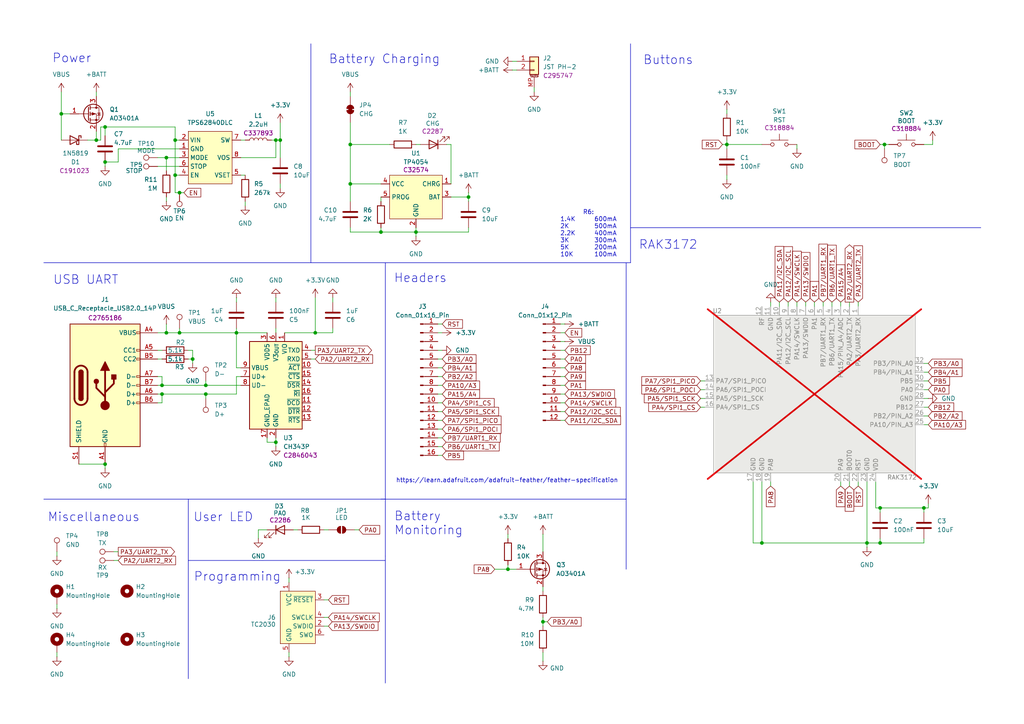
<source format=kicad_sch>
(kicad_sch (version 20250114) (generator "eeschema") (generator_version "9.0")
  (paper "A4")
  (title_block (title "RAK3172 Feather") (rev "1"))
  (text "USB UART" (at 24.892 81.28 0) (effects (font (size 2.54 2.54))))
  (text "Miscellaneous" (at 27.178 150.114 0) (effects (font (size 2.54 2.54))))
  (text "RAK3172" (at 193.802 71.12 0) (effects (font (size 2.54 2.54))))
  (text "Power" (at 20.828 17.018 0) (effects (font (size 2.54 2.54))))
  (text "Buttons" (at 193.802 17.526 0) (effects (font (size 2.54 2.54))))
  (text "R6:\n1.4K	600mA\n2K		500mA\n2.2K	400mA\n3K		300mA\n5K		200mA\n10K		100mA" (at 170.688 67.818 0) (effects (font (size 1.27 1.27))))
  (text "Headers" (at 121.92 80.772 0) (effects (font (size 2.54 2.54))))
  (text "User LED" (at 64.77 150.114 0) (effects (font (size 2.54 2.54))))
  (text "https://learn.adafruit.com/adafruit-feather/feather-specification\n" (at 147.066 139.446 0) (effects (font (size 1.27 1.27))))
  (text "Battery Charging" (at 111.506 17.272 0) (effects (font (size 2.54 2.54))))
  (text "Programming" (at 68.834 167.386 0) (effects (font (size 2.54 2.54))))
  (text "Battery\nMonitoring" (at 114.3 151.892 0) (effects (font (size 2.54 2.54)) (justify left)))
  (junction (at 48.26 45.72))
  (junction (at 255.27 147.32))
  (junction (at 210.82 41.91))
  (junction (at 120.65 67.31))
  (junction (at 147.32 165.1))
  (junction (at 255.27 157.48))
  (junction (at 30.48 46.99))
  (junction (at 27.94 40.64))
  (junction (at 17.78 33.02))
  (junction (at 101.6 53.34))
  (junction (at 55.88 104.14))
  (junction (at 157.48 180.34))
  (junction (at 68.58 96.52))
  (junction (at 81.28 40.64))
  (junction (at 110.49 67.31))
  (junction (at 91.44 96.52))
  (junction (at 80.01 40.64))
  (junction (at 256.54 41.91))
  (junction (at 52.07 96.52))
  (junction (at 48.26 96.52))
  (junction (at 251.46 157.48))
  (junction (at 101.6 41.91))
  (junction (at 267.97 147.32))
  (junction (at 46.99 114.3))
  (junction (at 135.89 57.15))
  (junction (at 52.07 55.88))
  (junction (at 220.98 157.48))
  (junction (at 50.8 40.64))
  (junction (at 30.48 36.83))
  (junction (at 50.8 50.8))
  (junction (at 30.48 134.62))
  (junction (at 46.99 111.76))
  (junction (at 59.69 111.76))
  (junction (at 59.69 114.3))
  (junction (at 80.01 128.27))
  (wire (pts (xy 238.76 87.63) (xy 238.76 88.9)))
  (wire (pts (xy 45.72 114.3) (xy 46.99 114.3)))
  (wire (pts (xy 162.56 121.92) (xy 163.83 121.92)))
  (wire (pts (xy 130.81 57.15) (xy 135.89 57.15)))
  (wire (pts (xy 251.46 157.48) (xy 255.27 157.48)))
  (wire (pts (xy 210.82 50.8) (xy 210.82 52.07)))
  (wire (pts (xy 80.01 95.25) (xy 80.01 96.52)))
  (wire (pts (xy 267.97 113.03) (xy 269.24 113.03)))
  (wire (pts (xy 74.93 153.67) (xy 77.47 153.67)))
  (wire (pts (xy 223.52 139.7) (xy 223.52 140.97)))
  (wire (pts (xy 203.2 118.11) (xy 204.47 118.11)))
  (wire (pts (xy 120.65 66.04) (xy 120.65 67.31)))
  (wire (pts (xy 59.69 110.49) (xy 59.69 111.76)))
  (wire (pts (xy 243.84 139.7) (xy 243.84 140.97)))
  (wire (pts (xy 220.98 139.7) (xy 220.98 157.48)))
  (wire (pts (xy 209.55 41.91) (xy 210.82 41.91)))
  (wire (pts (xy 248.92 87.63) (xy 248.92 88.9)))
  (wire (pts (xy 267.97 118.11) (xy 269.24 118.11)))
  (wire (pts (xy 50.8 50.8) (xy 50.8 55.88)))
  (wire (pts (xy 147.32 165.1) (xy 149.86 165.1)))
  (wire (pts (xy 236.22 87.63) (xy 236.22 88.9)))
  (wire (pts (xy 162.56 93.98) (xy 163.83 93.98)))
  (wire (pts (xy 80.01 127) (xy 80.01 128.27)))
  (wire (pts (xy 246.38 87.63) (xy 246.38 88.9)))
  (wire (pts (xy 267.97 147.32) (xy 269.24 147.32)))
  (wire (pts (xy 226.06 87.63) (xy 226.06 88.9)))
  (wire (pts (xy 45.72 116.84) (xy 46.99 116.84)))
  (wire (pts (xy 241.3 87.63) (xy 241.3 88.9)))
  (wire (pts (xy 82.55 96.52) (xy 91.44 96.52)))
  (wire (pts (xy 127 96.52) (xy 128.27 96.52)))
  (wire (pts (xy 55.88 101.6) (xy 55.88 104.14)))
  (wire (pts (xy 17.78 26.67) (xy 17.78 33.02)))
  (wire (pts (xy 45.72 109.22) (xy 46.99 109.22)))
  (wire (pts (xy 68.58 114.3) (xy 68.58 109.22)))
  (wire (pts (xy 46.99 111.76) (xy 59.69 111.76)))
  (wire (pts (xy 162.56 116.84) (xy 163.83 116.84)))
  (wire (pts (xy 210.82 41.91) (xy 210.82 43.18)))
  (wire (pts (xy 130.81 41.91) (xy 130.81 53.34)))
  (wire (pts (xy 231.14 41.91) (xy 231.14 43.18)))
  (wire (pts (xy 17.78 33.02) (xy 20.32 33.02)))
  (wire (pts (xy 81.28 53.34) (xy 81.28 54.61)))
  (wire (pts (xy 96.52 86.36) (xy 96.52 87.63)))
  (wire (pts (xy 29.21 36.83) (xy 30.48 36.83)))
  (wire (pts (xy 93.98 173.99) (xy 95.25 173.99)))
  (wire (pts (xy 127 93.98) (xy 128.27 93.98)))
  (wire (pts (xy 48.26 96.52) (xy 52.07 96.52)))
  (polyline (pts (xy 181.61 144.78) (xy 181.61 165.1)))
  (wire (pts (xy 248.92 140.97) (xy 248.92 139.7)))
  (wire (pts (xy 130.81 41.91) (xy 129.54 41.91)))
  (wire (pts (xy 80.01 87.63) (xy 80.01 86.36)))
  (wire (pts (xy 91.44 101.6) (xy 90.17 101.6)))
  (wire (pts (xy 45.72 104.14) (xy 46.99 104.14)))
  (wire (pts (xy 74.93 156.21) (xy 74.93 153.67)))
  (wire (pts (xy 110.49 57.15) (xy 110.49 58.42)))
  (wire (pts (xy 91.44 96.52) (xy 96.52 96.52)))
  (wire (pts (xy 203.2 110.49) (xy 204.47 110.49)))
  (wire (pts (xy 30.48 134.62) (xy 30.48 135.89)))
  (wire (pts (xy 101.6 41.91) (xy 101.6 35.56)))
  (wire (pts (xy 68.58 109.22) (xy 69.85 109.22)))
  (wire (pts (xy 127 109.22) (xy 128.27 109.22)))
  (wire (pts (xy 30.48 46.99) (xy 34.29 46.99)))
  (wire (pts (xy 267.97 120.65) (xy 269.24 120.65)))
  (wire (pts (xy 16.51 160.02) (xy 16.51 161.29)))
  (wire (pts (xy 81.28 35.56) (xy 81.28 40.64)))
  (wire (pts (xy 96.52 96.52) (xy 96.52 95.25)))
  (wire (pts (xy 30.48 36.83) (xy 50.8 36.83)))
  (wire (pts (xy 17.78 33.02) (xy 17.78 40.64)))
  (wire (pts (xy 83.82 167.64) (xy 83.82 168.91)))
  (wire (pts (xy 80.01 40.64) (xy 81.28 40.64)))
  (wire (pts (xy 210.82 41.91) (xy 220.98 41.91)))
  (wire (pts (xy 157.48 189.23) (xy 157.48 191.77)))
  (wire (pts (xy 91.44 86.36) (xy 91.44 96.52)))
  (wire (pts (xy 127 127) (xy 128.27 127)))
  (wire (pts (xy 101.6 66.04) (xy 101.6 67.31)))
  (wire (pts (xy 210.82 31.75) (xy 210.82 33.02)))
  (wire (pts (xy 218.44 139.7) (xy 218.44 157.48)))
  (wire (pts (xy 68.58 106.68) (xy 69.85 106.68)))
  (wire (pts (xy 46.99 114.3) (xy 59.69 114.3)))
  (wire (pts (xy 157.48 180.34) (xy 157.48 181.61)))
  (wire (pts (xy 45.72 101.6) (xy 46.99 101.6)))
  (wire (pts (xy 157.48 180.34) (xy 158.75 180.34)))
  (wire (pts (xy 203.2 113.03) (xy 204.47 113.03)))
  (polyline (pts (xy 90.17 12.7) (xy 90.17 76.2)))
  (wire (pts (xy 68.58 96.52) (xy 77.47 96.52)))
  (wire (pts (xy 59.69 114.3) (xy 59.69 115.57)))
  (wire (pts (xy 254 147.32) (xy 255.27 147.32)))
  (wire (pts (xy 50.8 40.64) (xy 50.8 50.8)))
  (wire (pts (xy 135.89 57.15) (xy 135.89 55.88)))
  (polyline (pts (xy 54.61 162.56) (xy 111.76 162.56)))
  (wire (pts (xy 148.59 20.32) (xy 149.86 20.32)))
  (polyline (pts (xy 111.76 161.29) (xy 111.76 198.12)))
  (wire (pts (xy 255.27 147.32) (xy 267.97 147.32)))
  (wire (pts (xy 223.52 88.9) (xy 223.52 87.63)))
  (wire (pts (xy 16.51 175.26) (xy 16.51 176.53)))
  (wire (pts (xy 27.94 26.67) (xy 27.94 27.94)))
  (wire (pts (xy 48.26 57.15) (xy 48.26 58.42)))
  (wire (pts (xy 120.65 41.91) (xy 121.92 41.91)))
  (wire (pts (xy 162.56 106.68) (xy 163.83 106.68)))
  (wire (pts (xy 33.02 160.02) (xy 34.29 160.02)))
  (wire (pts (xy 68.58 95.25) (xy 68.58 96.52)))
  (wire (pts (xy 154.94 25.4) (xy 154.94 26.67)))
  (polyline (pts (xy 182.88 12.7) (xy 182.88 76.2)))
  (wire (pts (xy 59.69 111.76) (xy 69.85 111.76)))
  (polyline (pts (xy 54.61 144.78) (xy 54.61 162.56)))
  (wire (pts (xy 251.46 158.75) (xy 251.46 157.48)))
  (wire (pts (xy 267.97 41.91) (xy 270.51 41.91)))
  (wire (pts (xy 256.54 41.91) (xy 257.81 41.91)))
  (wire (pts (xy 86.36 153.67) (xy 85.09 153.67)))
  (wire (pts (xy 50.8 36.83) (xy 50.8 40.64)))
  (wire (pts (xy 127 104.14) (xy 128.27 104.14)))
  (wire (pts (xy 34.29 43.18) (xy 52.07 43.18)))
  (wire (pts (xy 45.72 45.72) (xy 48.26 45.72)))
  (wire (pts (xy 218.44 157.48) (xy 220.98 157.48)))
  (wire (pts (xy 53.34 55.88) (xy 52.07 55.88)))
  (wire (pts (xy 77.47 127) (xy 77.47 128.27)))
  (wire (pts (xy 162.56 114.3) (xy 163.83 114.3)))
  (wire (pts (xy 93.98 181.61) (xy 95.25 181.61)))
  (polyline (pts (xy 111.76 144.78) (xy 111.76 161.29)))
  (wire (pts (xy 83.82 189.23) (xy 83.82 190.5)))
  (polyline (pts (xy 12.7 76.2) (xy 90.17 76.2)))
  (polyline (pts (xy 182.88 66.04) (xy 284.48 66.04)))
  (wire (pts (xy 34.29 43.18) (xy 34.29 46.99)))
  (wire (pts (xy 203.2 115.57) (xy 204.47 115.57)))
  (wire (pts (xy 46.99 116.84) (xy 46.99 114.3)))
  (polyline (pts (xy 90.17 76.2) (xy 182.88 76.2)))
  (wire (pts (xy 135.89 57.15) (xy 135.89 58.42)))
  (wire (pts (xy 147.32 154.94) (xy 147.32 156.21)))
  (wire (pts (xy 157.48 179.07) (xy 157.48 180.34)))
  (wire (pts (xy 233.68 87.63) (xy 233.68 88.9)))
  (wire (pts (xy 228.6 87.63) (xy 228.6 88.9)))
  (wire (pts (xy 69.85 40.64) (xy 71.12 40.64)))
  (wire (pts (xy 255.27 41.91) (xy 256.54 41.91)))
  (wire (pts (xy 104.14 153.67) (xy 102.87 153.67)))
  (wire (pts (xy 210.82 40.64) (xy 210.82 41.91)))
  (wire (pts (xy 127 111.76) (xy 128.27 111.76)))
  (wire (pts (xy 267.97 110.49) (xy 269.24 110.49)))
  (wire (pts (xy 162.56 111.76) (xy 163.83 111.76)))
  (wire (pts (xy 162.56 96.52) (xy 163.83 96.52)))
  (wire (pts (xy 120.65 68.58) (xy 120.65 67.31)))
  (wire (pts (xy 270.51 41.91) (xy 270.51 40.64)))
  (wire (pts (xy 246.38 139.7) (xy 246.38 140.97)))
  (wire (pts (xy 68.58 86.36) (xy 68.58 87.63)))
  (wire (pts (xy 50.8 50.8) (xy 52.07 50.8)))
  (wire (pts (xy 27.94 38.1) (xy 27.94 40.64)))
  (wire (pts (xy 127 116.84) (xy 128.27 116.84)))
  (wire (pts (xy 101.6 27.94) (xy 101.6 26.67)))
  (wire (pts (xy 69.85 50.8) (xy 71.12 50.8)))
  (wire (pts (xy 33.02 162.56) (xy 34.29 162.56)))
  (wire (pts (xy 127 132.08) (xy 128.27 132.08)))
  (wire (pts (xy 55.88 104.14) (xy 55.88 105.41)))
  (wire (pts (xy 267.97 107.95) (xy 269.24 107.95)))
  (wire (pts (xy 54.61 104.14) (xy 55.88 104.14)))
  (wire (pts (xy 127 101.6) (xy 128.27 101.6)))
  (wire (pts (xy 90.17 104.14) (xy 91.44 104.14)))
  (wire (pts (xy 162.56 119.38) (xy 163.83 119.38)))
  (wire (pts (xy 52.07 96.52) (xy 68.58 96.52)))
  (wire (pts (xy 157.48 154.94) (xy 157.48 160.02)))
  (wire (pts (xy 69.85 45.72) (xy 80.01 45.72)))
  (wire (pts (xy 101.6 53.34) (xy 110.49 53.34)))
  (wire (pts (xy 27.94 40.64) (xy 29.21 40.64)))
  (polyline (pts (xy 110.49 144.78) (xy 181.61 144.78)))
  (wire (pts (xy 162.56 104.14) (xy 163.83 104.14)))
  (wire (pts (xy 157.48 170.18) (xy 157.48 171.45)))
  (wire (pts (xy 135.89 66.04) (xy 135.89 67.31)))
  (wire (pts (xy 127 129.54) (xy 128.27 129.54)))
  (wire (pts (xy 22.86 134.62) (xy 30.48 134.62)))
  (wire (pts (xy 231.14 87.63) (xy 231.14 88.9)))
  (wire (pts (xy 59.69 114.3) (xy 68.58 114.3)))
  (wire (pts (xy 48.26 45.72) (xy 48.26 49.53)))
  (wire (pts (xy 93.98 153.67) (xy 95.25 153.67)))
  (wire (pts (xy 77.47 128.27) (xy 80.01 128.27)))
  (wire (pts (xy 251.46 139.7) (xy 251.46 157.48)))
  (wire (pts (xy 147.32 163.83) (xy 147.32 165.1)))
  (wire (pts (xy 68.58 96.52) (xy 68.58 106.68)))
  (wire (pts (xy 127 124.46) (xy 128.27 124.46)))
  (wire (pts (xy 45.72 48.26) (xy 52.07 48.26)))
  (wire (pts (xy 267.97 147.32) (xy 267.97 148.59)))
  (polyline (pts (xy 181.61 144.78) (xy 181.61 76.2)))
  (wire (pts (xy 29.21 36.83) (xy 29.21 40.64)))
  (wire (pts (xy 71.12 58.42) (xy 71.12 59.69)))
  (wire (pts (xy 48.26 93.98) (xy 48.26 96.52)))
  (wire (pts (xy 162.56 101.6) (xy 163.83 101.6)))
  (wire (pts (xy 127 119.38) (xy 128.27 119.38)))
  (wire (pts (xy 30.48 39.37) (xy 30.48 36.83)))
  (wire (pts (xy 127 114.3) (xy 128.27 114.3)))
  (wire (pts (xy 101.6 53.34) (xy 101.6 58.42)))
  (polyline (pts (xy 111.76 144.78) (xy 111.76 76.2)))
  (wire (pts (xy 148.59 17.78) (xy 149.86 17.78)))
  (wire (pts (xy 110.49 66.04) (xy 110.49 67.31)))
  (wire (pts (xy 101.6 67.31) (xy 110.49 67.31)))
  (wire (pts (xy 110.49 67.31) (xy 120.65 67.31)))
  (wire (pts (xy 220.98 157.48) (xy 251.46 157.48)))
  (wire (pts (xy 48.26 45.72) (xy 52.07 45.72)))
  (wire (pts (xy 143.51 165.1) (xy 147.32 165.1)))
  (wire (pts (xy 101.6 53.34) (xy 101.6 41.91)))
  (wire (pts (xy 255.27 157.48) (xy 267.97 157.48)))
  (wire (pts (xy 255.27 157.48) (xy 255.27 156.21)))
  (wire (pts (xy 46.99 109.22) (xy 46.99 111.76)))
  (wire (pts (xy 46.99 111.76) (xy 45.72 111.76)))
  (wire (pts (xy 80.01 128.27) (xy 80.01 129.54)))
  (wire (pts (xy 267.97 105.41) (xy 269.24 105.41)))
  (wire (pts (xy 267.97 123.19) (xy 269.24 123.19)))
  (wire (pts (xy 25.4 40.64) (xy 27.94 40.64)))
  (wire (pts (xy 127 121.92) (xy 128.27 121.92)))
  (wire (pts (xy 269.24 146.05) (xy 269.24 147.32)))
  (polyline (pts (xy 54.61 162.56) (xy 54.61 196.85)))
  (wire (pts (xy 93.98 179.07) (xy 95.25 179.07)))
  (wire (pts (xy 30.48 46.99) (xy 30.48 48.26)))
  (wire (pts (xy 54.61 101.6) (xy 55.88 101.6)))
  (wire (pts (xy 50.8 40.64) (xy 52.07 40.64)))
  (wire (pts (xy 162.56 99.06) (xy 163.83 99.06)))
  (wire (pts (xy 120.65 67.31) (xy 135.89 67.31)))
  (wire (pts (xy 254 139.7) (xy 254 147.32)))
  (wire (pts (xy 127 106.68) (xy 128.27 106.68)))
  (wire (pts (xy 162.56 109.22) (xy 163.83 109.22)))
  (wire (pts (xy 80.01 45.72) (xy 80.01 40.64)))
  (wire (pts (xy 81.28 45.72) (xy 81.28 40.64)))
  (wire (pts (xy 52.07 55.88) (xy 50.8 55.88)))
  (wire (pts (xy 243.84 87.63) (xy 243.84 88.9)))
  (wire (pts (xy 78.74 40.64) (xy 80.01 40.64)))
  (polyline (pts (xy 12.7 144.78) (xy 111.76 144.78)))
  (wire (pts (xy 45.72 96.52) (xy 48.26 96.52)))
  (wire (pts (xy 101.6 41.91) (xy 113.03 41.91)))
  (wire (pts (xy 267.97 157.48) (xy 267.97 156.21)))
  (wire (pts (xy 255.27 147.32) (xy 255.27 148.59)))
  (wire (pts (xy 256.54 41.91) (xy 256.54 43.18)))
  (wire (pts (xy 52.07 95.25) (xy 52.07 96.52)))
  (wire (pts (xy 16.51 189.23) (xy 16.51 190.5)))
  (wire (pts (xy 267.97 115.57) (xy 269.24 115.57)))
  (global_label "PA0" (shape input) (at 104.14 153.67 0) (property "Intersheetrefs" "${INTERSHEET_REFS}" (effects (hide yes))))
  (global_label "BOOT" (shape input) (at 255.27 41.91 180) (property "Intersheetrefs" "${INTERSHEET_REFS}" (effects (hide yes))))
  (global_label "RST" (shape input) (at 209.55 41.91 180) (property "Intersheetrefs" "${INTERSHEET_REFS}" (effects (hide yes))))
  (global_label "PA4{slash}SPI1_CS" (shape input) (at 203.2 118.11 180) (property "Intersheetrefs" "${INTERSHEET_REFS}" (effects (hide yes))))
  (global_label "PA11{slash}I2C_SDA" (shape input) (at 226.06 87.63 90) (property "Intersheetrefs" "${INTERSHEET_REFS}" (effects (hide yes))))
  (global_label "BOOT" (shape input) (at 246.38 140.97 270) (property "Intersheetrefs" "${INTERSHEET_REFS}" (effects (hide yes))))
  (global_label "PB12" (shape input) (at 163.83 101.6 0) (property "Intersheetrefs" "${INTERSHEET_REFS}" (effects (hide yes))))
  (global_label "PA15{slash}A4" (shape input) (at 243.84 87.63 90) (property "Intersheetrefs" "${INTERSHEET_REFS}" (effects (hide yes))))
  (global_label "PA9" (shape input) (at 243.84 140.97 270) (property "Intersheetrefs" "${INTERSHEET_REFS}" (effects (hide yes))))
  (global_label "PA2{slash}UART2_RX" (shape input) (at 34.29 162.56 0) (property "Intersheetrefs" "${INTERSHEET_REFS}" (effects (hide yes))))
  (global_label "PA10{slash}A3" (shape input) (at 269.24 123.19 0) (property "Intersheetrefs" "${INTERSHEET_REFS}" (effects (hide yes))))
  (global_label "PA5{slash}SPI1_SCK" (shape input) (at 128.27 119.38 0) (property "Intersheetrefs" "${INTERSHEET_REFS}" (effects (hide yes))))
  (global_label "PB4{slash}A1" (shape input) (at 269.24 107.95 0) (property "Intersheetrefs" "${INTERSHEET_REFS}" (effects (hide yes))))
  (global_label "PB6{slash}UART1_TX" (shape input) (at 241.3 87.63 90) (property "Intersheetrefs" "${INTERSHEET_REFS}" (effects (hide yes))))
  (global_label "PA13{slash}SWDIO" (shape input) (at 233.68 87.63 90) (property "Intersheetrefs" "${INTERSHEET_REFS}" (effects (hide yes))))
  (global_label "PA0" (shape input) (at 163.83 104.14 0) (property "Intersheetrefs" "${INTERSHEET_REFS}" (effects (hide yes))))
  (global_label "PA13{slash}SWDIO" (shape input) (at 95.25 181.61 0) (property "Intersheetrefs" "${INTERSHEET_REFS}" (effects (hide yes))))
  (global_label "PA14{slash}SWCLK" (shape input) (at 163.83 116.84 0) (property "Intersheetrefs" "${INTERSHEET_REFS}" (effects (hide yes))))
  (global_label "PB7{slash}UART1_RX" (shape input) (at 238.76 87.63 90) (property "Intersheetrefs" "${INTERSHEET_REFS}" (effects (hide yes))))
  (global_label "PA8" (shape input) (at 223.52 140.97 270) (property "Intersheetrefs" "${INTERSHEET_REFS}" (effects (hide yes))))
  (global_label "PA3{slash}UART2_TX" (shape output) (at 34.29 160.02 0) (property "Intersheetrefs" "${INTERSHEET_REFS}" (effects (hide yes))))
  (global_label "PA13{slash}SWDIO" (shape input) (at 163.83 114.3 0) (property "Intersheetrefs" "${INTERSHEET_REFS}" (effects (hide yes))))
  (global_label "PA9" (shape input) (at 163.83 109.22 0) (property "Intersheetrefs" "${INTERSHEET_REFS}" (effects (hide yes))))
  (global_label "PA12{slash}I2C_SCL" (shape input) (at 163.83 119.38 0) (property "Intersheetrefs" "${INTERSHEET_REFS}" (effects (hide yes))))
  (global_label "PA12{slash}I2C_SCL" (shape input) (at 228.6 87.63 90) (property "Intersheetrefs" "${INTERSHEET_REFS}" (effects (hide yes))))
  (global_label "PA2{slash}UART2_RX" (shape output) (at 246.38 87.63 90) (property "Intersheetrefs" "${INTERSHEET_REFS}" (effects (hide yes))))
  (global_label "PB12" (shape input) (at 269.24 118.11 0) (property "Intersheetrefs" "${INTERSHEET_REFS}" (effects (hide yes))))
  (global_label "PA7{slash}SPI1_PICO" (shape input) (at 128.27 121.92 0) (property "Intersheetrefs" "${INTERSHEET_REFS}" (effects (hide yes))))
  (global_label "PA14{slash}SWCLK" (shape input) (at 95.25 179.07 0) (property "Intersheetrefs" "${INTERSHEET_REFS}" (effects (hide yes))))
  (global_label "PB3{slash}A0" (shape input) (at 128.27 104.14 0) (property "Intersheetrefs" "${INTERSHEET_REFS}" (effects (hide yes))))
  (global_label "PB2{slash}A2" (shape input) (at 128.27 109.22 0) (property "Intersheetrefs" "${INTERSHEET_REFS}" (effects (hide yes))))
  (global_label "PA8" (shape input) (at 143.51 165.1 180) (property "Intersheetrefs" "${INTERSHEET_REFS}" (effects (hide yes))))
  (global_label "PA5{slash}SPI1_SCK" (shape input) (at 203.2 115.57 180) (property "Intersheetrefs" "${INTERSHEET_REFS}" (effects (hide yes))))
  (global_label "PA11{slash}I2C_SDA" (shape input) (at 163.83 121.92 0) (property "Intersheetrefs" "${INTERSHEET_REFS}" (effects (hide yes))))
  (global_label "PA15{slash}A4" (shape input) (at 128.27 114.3 0) (property "Intersheetrefs" "${INTERSHEET_REFS}" (effects (hide yes))))
  (global_label "PA3{slash}UART2_TX" (shape input) (at 248.92 87.63 90) (property "Intersheetrefs" "${INTERSHEET_REFS}" (effects (hide yes))))
  (global_label "PB5" (shape input) (at 269.24 110.49 0) (property "Intersheetrefs" "${INTERSHEET_REFS}" (effects (hide yes))))
  (global_label "PA6{slash}SPI1_POCI" (shape input) (at 203.2 113.03 180) (property "Intersheetrefs" "${INTERSHEET_REFS}" (effects (hide yes))))
  (global_label "PB3{slash}A0" (shape input) (at 158.75 180.34 0) (property "Intersheetrefs" "${INTERSHEET_REFS}" (effects (hide yes))))
  (global_label "PA2{slash}UART2_RX" (shape input) (at 91.44 104.14 0) (property "Intersheetrefs" "${INTERSHEET_REFS}" (effects (hide yes))))
  (global_label "PB5" (shape input) (at 128.27 132.08 0) (property "Intersheetrefs" "${INTERSHEET_REFS}" (effects (hide yes))))
  (global_label "RST" (shape input) (at 248.92 140.97 270) (property "Intersheetrefs" "${INTERSHEET_REFS}" (effects (hide yes))))
  (global_label "PA3{slash}UART2_TX" (shape output) (at 91.44 101.6 0) (property "Intersheetrefs" "${INTERSHEET_REFS}" (effects (hide yes))))
  (global_label "PB3{slash}A0" (shape input) (at 269.24 105.41 0) (property "Intersheetrefs" "${INTERSHEET_REFS}" (effects (hide yes))))
  (global_label "EN" (shape input) (at 53.34 55.88 0) (property "Intersheetrefs" "${INTERSHEET_REFS}" (effects (hide yes))))
  (global_label "PA6{slash}SPI1_POCI" (shape input) (at 128.27 124.46 0) (property "Intersheetrefs" "${INTERSHEET_REFS}" (effects (hide yes))))
  (global_label "PB4{slash}A1" (shape input) (at 128.27 106.68 0) (property "Intersheetrefs" "${INTERSHEET_REFS}" (effects (hide yes))))
  (global_label "RST" (shape input) (at 95.25 173.99 0) (property "Intersheetrefs" "${INTERSHEET_REFS}" (effects (hide yes))))
  (global_label "PB6{slash}UART1_TX" (shape input) (at 128.27 129.54 0) (property "Intersheetrefs" "${INTERSHEET_REFS}" (effects (hide yes))))
  (global_label "RST" (shape input) (at 128.27 93.98 0) (property "Intersheetrefs" "${INTERSHEET_REFS}" (effects (hide yes))))
  (global_label "PA14{slash}SWCLK" (shape input) (at 231.14 87.63 90) (property "Intersheetrefs" "${INTERSHEET_REFS}" (effects (hide yes))))
  (global_label "PA7{slash}SPI1_PICO" (shape input) (at 203.2 110.49 180) (property "Intersheetrefs" "${INTERSHEET_REFS}" (effects (hide yes))))
  (global_label "PB7{slash}UART1_RX" (shape input) (at 128.27 127 0) (property "Intersheetrefs" "${INTERSHEET_REFS}" (effects (hide yes))))
  (global_label "PB2{slash}A2" (shape input) (at 269.24 120.65 0) (property "Intersheetrefs" "${INTERSHEET_REFS}" (effects (hide yes))))
  (global_label "PA0" (shape input) (at 269.24 113.03 0) (property "Intersheetrefs" "${INTERSHEET_REFS}" (effects (hide yes))))
  (global_label "EN" (shape input) (at 163.83 96.52 0) (property "Intersheetrefs" "${INTERSHEET_REFS}" (effects (hide yes))))
  (global_label "PA1" (shape input) (at 236.22 87.63 90) (property "Intersheetrefs" "${INTERSHEET_REFS}" (effects (hide yes))))
  (global_label "PA10{slash}A3" (shape input) (at 128.27 111.76 0) (property "Intersheetrefs" "${INTERSHEET_REFS}" (effects (hide yes))))
  (global_label "PA4{slash}SPI1_CS" (shape input) (at 128.27 116.84 0) (property "Intersheetrefs" "${INTERSHEET_REFS}" (effects (hide yes))))
  (global_label "PA8" (shape input) (at 163.83 106.68 0) (property "Intersheetrefs" "${INTERSHEET_REFS}" (effects (hide yes))))
  (global_label "PA1" (shape input) (at 163.83 111.76 0) (property "Intersheetrefs" "${INTERSHEET_REFS}" (effects (hide yes))))
  (symbol (lib_id "Mechanical:MountingHole_Pad") (at 16.51 172.72 0) (unit 1) (exclude_from_sim yes) (in_bom no)
    (property "Reference" "H1" (at 19.05 170.1799 0) (effects (justify left)))
    (property "Value" "MountingHole" (at 19.05 172.7199 0) (effects (justify left)))
    (property "Footprint" "MountingHole:MountingHole_2.5mm_Pad_TopBottom" (effects (hide yes)))
    (property "Description" "Mounting Hole with connection" (effects (hide yes)))
  )
  (symbol (lib_id "power:GND") (at 81.28 54.61 0) (unit 1)
    (property "Reference" "#PWR033" (effects (hide yes)))
    (property "Value" "GND" (at 81.28 59.69 0))
    (property "Description" "Power symbol creates a global label with name \"GND\" , ground" (effects (hide yes)))
  )
  (symbol (lib_id "Device:R") (at 48.26 53.34 0) (mirror x) (unit 1)
    (property "Reference" "R11" (at 45.72 52.0699 0) (effects (justify right)))
    (property "Value" "1M" (at 45.72 54.6099 0) (effects (justify right)))
    (property "Footprint" "Resistor_SMD:R_0402_1005Metric" (effects (hide yes)))
    (property "Description" "Resistor" (effects (hide yes)))
  )
  (symbol (lib_id "Device:R") (at 50.8 101.6 90) (unit 1)
    (property "Reference" "R2" (at 52.324 99.314 90))
    (property "Value" "5.1k" (at 50.8 101.6 90))
    (property "Footprint" "Resistor_SMD:R_0402_1005Metric" (effects (hide yes)))
    (property "Description" "Resistor" (effects (hide yes)))
  )
  (symbol (lib_id "Mechanical:MountingHole_Pad") (at 16.51 186.69 0) (unit 1) (exclude_from_sim yes) (in_bom no)
    (property "Reference" "H4" (at 19.05 184.1499 0) (effects (justify left)))
    (property "Value" "MountingHole" (at 19.05 186.6899 0) (effects (justify left)))
    (property "Footprint" "MountingHole:MountingHole_2.5mm_Pad_TopBottom" (effects (hide yes)))
    (property "Description" "Mounting Hole with connection" (effects (hide yes)))
  )
  (symbol (lib_id "Device:C") (at 267.97 152.4 0) (unit 1)
    (property "Reference" "C3" (at 271.78 151.1299 0) (effects (justify left)))
    (property "Value" "10uF" (at 271.78 153.6699 0) (effects (justify left)))
    (property "Footprint" "Capacitor_SMD:C_0402_1005Metric" (effects (hide yes)))
    (property "Description" "Unpolarized capacitor" (effects (hide yes)))
  )
  (symbol (lib_id "power:GND") (at 120.65 68.58 0) (unit 1)
    (property "Reference" "#PWR010" (effects (hide yes)))
    (property "Value" "GND" (at 120.65 73.66 0))
    (property "Description" "Power symbol creates a global label with name \"GND\" , ground" (effects (hide yes)))
  )
  (symbol (lib_id "power:GND") (at 48.26 58.42 0) (unit 1)
    (property "Reference" "#PWR040" (effects (hide yes)))
    (property "Value" "GND" (at 48.26 63.5 0))
    (property "Description" "Power symbol creates a global label with name \"GND\" , ground" (effects (hide yes)))
  )
  (symbol (lib_id "Mechanical:MountingHole") (at 36.83 185.42 0) (unit 1) (exclude_from_sim yes) (in_bom no)
    (property "Reference" "H3" (at 39.37 184.1499 0) (effects (justify left)))
    (property "Value" "MountingHole" (at 39.37 186.6899 0) (effects (justify left)))
    (property "Footprint" "MountingHole:MountingHole_2.5mm" (effects (hide yes)))
    (property "Description" "Mounting Hole without connection" (effects (hide yes)))
  )
  (symbol (lib_id "Device:R") (at 71.12 54.61 0) (unit 1)
    (property "Reference" "R5" (at 73.66 53.3399 0) (effects (justify left)))
    (property "Value" "267k" (at 73.66 55.8799 0) (effects (justify left)))
    (property "Footprint" "Resistor_SMD:R_0402_1005Metric" (effects (hide yes)))
    (property "Description" "Resistor" (effects (hide yes)))
  )
  (symbol (lib_id "Jumper:SolderJumper_2_Open") (at 99.06 153.67 0) (unit 1) (exclude_from_sim yes) (in_bom no)
    (property "Reference" "JP1" (at 99.06 148.082 0))
    (property "Value" "LED" (at 99.06 150.114 0))
    (property "Footprint" "Jumper:SolderJumper-2_P1.3mm_Bridged_RoundedPad1.0x1.5mm" (effects (hide yes)))
    (property "Description" "Solder Jumper, 2-pole, open" (effects (hide yes)))
  )
  (symbol (lib_id "Device:C") (at 255.27 152.4 0) (unit 1)
    (property "Reference" "C2" (at 259.08 151.1299 0) (effects (justify left)))
    (property "Value" "100nF" (at 259.08 153.6699 0) (effects (justify left)))
    (property "Footprint" "Capacitor_SMD:C_0402_1005Metric" (effects (hide yes)))
    (property "Description" "Unpolarized capacitor" (effects (hide yes)))
  )
  (symbol (lib_id "power:+3.3V") (at 210.82 31.75 0) (unit 1)
    (property "Reference" "#PWR07" (effects (hide yes)))
    (property "Value" "+3.3V" (at 210.82 26.67 0))
    (property "Description" "Power symbol creates a global label with name \"+3.3V\"" (effects (hide yes)))
  )
  (symbol (lib_id "power:GND") (at 30.48 48.26 0) (unit 1)
    (property "Reference" "#PWR031" (effects (hide yes)))
    (property "Value" "GND" (at 30.48 53.34 0))
    (property "Description" "Power symbol creates a global label with name \"GND\" , ground" (effects (hide yes)))
  )
  (symbol (lib_id "power:GND") (at 154.94 26.67 0) (unit 1)
    (property "Reference" "#PWR018" (effects (hide yes)))
    (property "Value" "GND" (at 154.94 31.75 0))
    (property "Description" "Power symbol creates a global label with name \"GND\" , ground" (effects (hide yes)))
  )
  (symbol (lib_id "Connector:TestPoint") (at 33.02 162.56 90) (mirror x) (unit 1) (in_bom no)
    (property "Reference" "TP9" (at 29.718 166.878 90))
    (property "Value" "RX" (at 29.718 164.592 90))
    (property "Footprint" "TestPoint:TestPoint_Pad_D1.0mm" (effects (hide yes)))
    (property "Description" "test point" (effects (hide yes)))
  )
  (symbol (lib_id "Connector:TestPoint") (at 16.51 160.02 0) (unit 1) (in_bom no)
    (property "Reference" "TP4" (at 19.05 155.4479 0) (effects (justify left)))
    (property "Value" "GND" (at 19.05 157.9879 0) (effects (justify left)))
    (property "Footprint" "TestPoint:TestPoint_Pad_D1.0mm" (effects (hide yes)))
    (property "Description" "test point" (effects (hide yes)))
  )
  (symbol (lib_id "Connector:Conn_ARM_SWD_TagConnect_TC2030-NL") (at 86.36 179.07 0) (unit 1) (in_bom no)
    (property "Reference" "J6" (at 80.01 179.0699 0) (effects (justify right)))
    (property "Value" "TC2030" (at 80.01 181.102 0) (effects (justify right)))
    (property "Footprint" "Connector:Tag-Connect_TC2030-IDC-NL_2x03_P1.27mm_Vertical" (effects (hide yes)))
    (property "Datasheet" "https://www.tag-connect.com/wp-content/uploads/bsk-pdf-manager/TC2030-CTX_1.pdf" (effects (hide yes)))
    (property "Description" "Tag-Connect ARM Cortex SWD JTAG connector, 6 pin, no legs" (effects (hide yes)))
  )
  (symbol (lib_id "Device:R") (at 157.48 185.42 0) (mirror y) (unit 1)
    (property "Reference" "R10" (at 154.94 184.1499 0) (effects (justify left)))
    (property "Value" "10M" (at 154.94 186.6899 0) (effects (justify left)))
    (property "Footprint" "Resistor_SMD:R_0402_1005Metric" (effects (hide yes)))
    (property "Description" "Resistor" (effects (hide yes)))
  )
  (symbol (lib_id "Device:C") (at 135.89 62.23 0) (unit 1)
    (property "Reference" "C9" (at 139.7 60.9599 0) (effects (justify left)))
    (property "Value" "10uF" (at 139.7 63.4999 0) (effects (justify left)))
    (property "Footprint" "Capacitor_SMD:C_0402_1005Metric" (effects (hide yes)))
    (property "Description" "Unpolarized capacitor" (effects (hide yes)))
  )
  (symbol (lib_id "Connector:TestPoint") (at 45.72 45.72 90) (unit 1) (in_bom no)
    (property "Reference" "TP10" (at 42.418 41.656 90))
    (property "Value" "MODE" (at 42.418 43.688 90))
    (property "Footprint" "TestPoint:TestPoint_Pad_D1.0mm" (effects (hide yes)))
    (property "Description" "test point" (effects (hide yes)))
  )
  (symbol (lib_id "power:+3.3V") (at 147.32 154.94 0) (unit 1)
    (property "Reference" "#PWR030" (effects (hide yes)))
    (property "Value" "+3.3V" (at 147.32 149.86 0))
    (property "Description" "Power symbol creates a global label with name \"+3.3V\"" (effects (hide yes)))
  )
  (symbol (lib_id "power:VBUS") (at 101.6 26.67 0) (unit 1)
    (property "Reference" "#PWR036" (effects (hide yes)))
    (property "Value" "VBUS" (at 101.6 21.59 0))
    (property "Description" "Power symbol creates a global label with name \"VBUS\"" (effects (hide yes)))
  )
  (symbol (lib_id "Connector:TestPoint") (at 33.02 160.02 90) (unit 1) (in_bom no)
    (property "Reference" "TP8" (at 29.718 154.94 90))
    (property "Value" "TX" (at 29.718 157.48 90))
    (property "Footprint" "TestPoint:TestPoint_Pad_D1.0mm" (effects (hide yes)))
    (property "Description" "test point" (effects (hide yes)))
  )
  (symbol (lib_id "power:GND") (at 96.52 86.36 180) (unit 1)
    (property "Reference" "#PWR013" (effects (hide yes)))
    (property "Value" "GND" (at 96.52 81.28 0))
    (property "Description" "Power symbol creates a global label with name \"GND\" , ground" (effects (hide yes)))
  )
  (symbol (lib_id "power:+BATT") (at 148.59 20.32 90) (unit 1)
    (property "Reference" "#PWR023" (effects (hide yes)))
    (property "Value" "+BATT" (at 144.78 20.3199 90) (effects (justify left)))
    (property "Description" "Power symbol creates a global label with name \"+BATT\"" (effects (hide yes)))
  )
  (symbol (lib_id "Diode:1N5819") (at 21.59 40.64 0) (mirror y) (unit 1)
    (property "Reference" "D1" (at 21.9075 46.99 0))
    (property "Value" "1N5819" (at 21.9075 44.45 0))
    (property "Footprint" "Diode_SMD:D_SOD-323" (effects (hide yes)))
    (property "Datasheet" "http://www.vishay.com/docs/88525/1n5817.pdf" (effects (hide yes)))
    (property "Description" "40V 1A Schottky Barrier Rectifier Diode, DO-41" (effects (hide yes)))
    (property "LCSC Part #" "C191023" (at 21.59 49.53 0))
  )
  (symbol (lib_id "Connector:TestPoint") (at 52.07 55.88 180) (unit 1) (in_bom no)
    (property "Reference" "TP6" (at 52.07 61.214 0))
    (property "Value" "EN" (at 52.07 63.246 0))
    (property "Footprint" "TestPoint:TestPoint_Pad_D1.0mm" (effects (hide yes)))
    (property "Description" "test point" (effects (hide yes)))
  )
  (symbol (lib_id "Connector:Conn_01x12_Pin") (at 157.48 106.68 0) (unit 1) (in_bom no)
    (property "Reference" "J4" (at 158.115 88.9 0))
    (property "Value" "Conn_01x12_Pin" (at 158.115 91.44 0))
    (property "Footprint" "Connector_PinHeader_2.54mm:PinHeader_1x12_P2.54mm_Vertical" (effects (hide yes)))
    (property "Description" "Generic connector, single row, 01x12, script generated" (effects (hide yes)))
  )
  (symbol (lib_id "Transistor_FET:AO3401A") (at 154.94 165.1 0) (unit 1)
    (property "Reference" "Q3" (at 161.29 163.8299 0) (effects (justify left)))
    (property "Value" "AO3401A" (at 161.29 166.3699 0) (effects (justify left)))
    (property "Footprint" "Package_TO_SOT_SMD:SOT-23" (effects (hide yes)))
    (property "Datasheet" "http://www.aosmd.com/pdfs/datasheet/AO3401A.pdf" (effects (hide yes)))
    (property "Description" "-4.0A Id, -30V Vds, P-Channel MOSFET, SOT-23" (effects (hide yes)))
  )
  (symbol (lib_id "power:GND") (at 223.52 87.63 180) (unit 1)
    (property "Reference" "#PWR05" (effects (hide yes)))
    (property "Value" "GND" (at 223.52 82.55 0))
    (property "Description" "Power symbol creates a global label with name \"GND\" , ground" (effects (hide yes)))
  )
  (symbol (lib_id "power:GND") (at 30.48 135.89 0) (unit 1)
    (property "Reference" "#PWR015" (effects (hide yes)))
    (property "Value" "GND" (at 30.48 140.97 0))
    (property "Description" "Power symbol creates a global label with name \"GND\" , ground" (effects (hide yes)))
  )
  (symbol (lib_id "Switch:SW_Push") (at 226.06 41.91 0) (unit 1)
    (property "Reference" "SW1" (at 226.06 32.258 0))
    (property "Value" "RST" (at 226.06 34.798 0))
    (property "Footprint" "parts:TS-1187A-B-A-B" (effects (hide yes)))
    (property "Description" "Push button switch, generic, two pins" (effects (hide yes)))
    (property "LCSC Part #" "C318884" (at 226.06 37.084 0))
  )
  (symbol (lib_id "Connector:TestPoint") (at 59.69 110.49 0) (unit 1) (in_bom no)
    (property "Reference" "TP2" (at 62.23 105.9179 0) (effects (justify left)))
    (property "Value" "D-" (at 62.23 108.4579 0) (effects (justify left)))
    (property "Footprint" "TestPoint:TestPoint_Pad_D1.0mm" (effects (hide yes)))
    (property "Description" "test point" (effects (hide yes)))
  )
  (symbol (lib_id "Device:LED") (at 125.73 41.91 180) (unit 1)
    (property "Reference" "D2" (at 123.952 33.528 0) (effects (justify right)))
    (property "Value" "CHG" (at 123.444 35.814 0) (effects (justify right)))
    (property "Footprint" "LED_SMD:LED_0603_1608Metric" (effects (hide yes)))
    (property "Description" "Light emitting diode" (effects (hide yes)))
    (property "Sim.Pins" "1=K 2=A" (effects (hide yes)))
    (property "LCSC Part #" "C2287 " (at 125.984 38.1 0))
  )
  (symbol (lib_id "Device:R") (at 157.48 175.26 0) (mirror y) (unit 1)
    (property "Reference" "R9" (at 154.94 173.9899 0) (effects (justify left)))
    (property "Value" "4.7M" (at 154.94 176.5299 0) (effects (justify left)))
    (property "Footprint" "Resistor_SMD:R_0402_1005Metric" (effects (hide yes)))
    (property "Description" "Resistor" (effects (hide yes)))
  )
  (symbol (lib_id "power:GND") (at 269.24 115.57 90) (unit 1)
    (property "Reference" "#PWR04" (effects (hide yes)))
    (property "Value" "GND" (at 273.05 115.5699 90) (effects (justify right)))
    (property "Description" "Power symbol creates a global label with name \"GND\" , ground" (effects (hide yes)))
  )
  (symbol (lib_id "Switch:SW_Push") (at 262.89 41.91 0) (unit 1)
    (property "Reference" "SW2" (at 262.89 32.766 0))
    (property "Value" "BOOT" (at 262.89 35.052 0))
    (property "Footprint" "parts:TS-1187A-B-A-B" (effects (hide yes)))
    (property "Description" "Push button switch, generic, two pins" (effects (hide yes)))
    (property "LCSC Part #" "C318884" (at 262.89 37.338 0))
  )
  (symbol (lib_id "Connector:USB_C_Receptacle_USB2.0_14P") (at 30.48 111.76 0) (unit 1)
    (property "Reference" "J1" (at 30.48 86.868 0))
    (property "Value" "USB_C_Receptacle_USB2.0_14P" (at 30.48 89.408 0))
    (property "Footprint" "Connector_USB:USB_C_Receptacle_XKB_U262-16XN-4BVC11" (effects (hide yes)))
    (property "Datasheet" "https://www.usb.org/sites/default/files/documents/usb_type-c.zip" (effects (hide yes)))
    (property "Description" "USB 2.0-only 14P Type-C Receptacle connector" (effects (hide yes)))
    (property "LCSC Part #" "C2765186" (at 30.48 92.202 0))
  )
  (symbol (lib_id "power:+3.3V") (at 269.24 146.05 0) (unit 1)
    (property "Reference" "#PWR09" (effects (hide yes)))
    (property "Value" "+3.3V" (at 269.24 140.97 0))
    (property "Description" "Power symbol creates a global label with name \"+3.3V\"" (effects (hide yes)))
  )
  (symbol (lib_id "Device:C") (at 101.6 62.23 0) (mirror y) (unit 1)
    (property "Reference" "C10" (at 97.79 60.9599 0) (effects (justify left)))
    (property "Value" "4.7uF" (at 97.79 63.4999 0) (effects (justify left)))
    (property "Footprint" "Capacitor_SMD:C_0402_1005Metric" (effects (hide yes)))
    (property "Description" "Unpolarized capacitor" (effects (hide yes)))
  )
  (symbol (lib_id "Connector:TestPoint") (at 256.54 43.18 180) (unit 1) (in_bom no)
    (property "Reference" "TP7" (at 259.08 45.2119 0) (effects (justify right)))
    (property "Value" "BOOT" (at 259.08 47.7519 0) (effects (justify right)))
    (property "Footprint" "TestPoint:TestPoint_Pad_D1.0mm" (effects (hide yes)))
    (property "Description" "test point" (effects (hide yes)))
  )
  (symbol (lib_id "Device:R") (at 90.17 153.67 270) (unit 1)
    (property "Reference" "R8" (at 87.122 148.082 90) (effects (justify left)))
    (property "Value" "1K" (at 87.376 150.114 90) (effects (justify left)))
    (property "Footprint" "Resistor_SMD:R_0402_1005Metric" (effects (hide yes)))
    (property "Description" "Resistor" (effects (hide yes)))
  )
  (symbol (lib_id "Interface_USB:CH343P") (at 80.01 111.76 0) (unit 1)
    (property "Reference" "U3" (at 82.1533 127 0) (effects (justify left)))
    (property "Value" "CH343P" (at 82.1533 129.54 0) (effects (justify left)))
    (property "Footprint" "Package_DFN_QFN:WCH_QFN-16-1EP_3x3mm_P0.5mm_EP1.8x1.8mm" (effects (hide yes)))
    (property "Datasheet" "https://www.wch-ic.com/downloads/CH343DS1_PDF.html" (effects (hide yes)))
    (property "Description" "High-Speed USB serial converter, up to 6Mbps, 3.3V or 5V supply, UART, QFN-16" (effects (hide yes)))
    (property "LCSC Part #" "C2846043" (at 87.122 132.08 0))
  )
  (symbol (lib_id "power:GND") (at 210.82 52.07 0) (unit 1)
    (property "Reference" "#PWR08" (effects (hide yes)))
    (property "Value" "GND" (at 210.82 57.15 0))
    (property "Description" "Power symbol creates a global label with name \"GND\" , ground" (effects (hide yes)))
  )
  (symbol (lib_id "parts:TP4054") (at 120.65 57.15 0) (unit 1)
    (property "Reference" "U1" (at 120.65 44.45 0))
    (property "Value" "TP4054" (at 120.65 46.99 0))
    (property "Footprint" "Package_TO_SOT_SMD:SOT-23-5" (effects (hide yes)))
    (property "Datasheet" "https://www.umw-ic.com/static/pdf/46c15f53afcf69d99cf4bf3c625c6952.pdf" (effects (hide yes)))
    (property "LCSC Part #" "C32574" (at 120.65 49.276 0))
  )
  (symbol (lib_id "Device:C") (at 210.82 46.99 0) (unit 1)
    (property "Reference" "C1" (at 214.63 45.7199 0) (effects (justify left)))
    (property "Value" "100nF" (at 214.63 48.2599 0) (effects (justify left)))
    (property "Footprint" "Capacitor_SMD:C_0402_1005Metric" (effects (hide yes)))
    (property "Description" "Unpolarized capacitor" (effects (hide yes)))
  )
  (symbol (lib_id "Transistor_FET:AO3401A") (at 25.4 33.02 0) (unit 1)
    (property "Reference" "Q1" (at 31.75 31.7499 0) (effects (justify left)))
    (property "Value" "AO3401A" (at 31.75 34.2899 0) (effects (justify left)))
    (property "Footprint" "Package_TO_SOT_SMD:SOT-23" (effects (hide yes)))
    (property "Datasheet" "http://www.aosmd.com/pdfs/datasheet/AO3401A.pdf" (effects (hide yes)))
    (property "Description" "-4.0A Id, -30V Vds, P-Channel MOSFET, SOT-23" (effects (hide yes)))
  )
  (symbol (lib_id "power:VBUS") (at 17.78 26.67 0) (unit 1)
    (property "Reference" "#PWR038" (effects (hide yes)))
    (property "Value" "VBUS" (at 17.78 21.59 0))
    (property "Description" "Power symbol creates a global label with name \"VBUS\"" (effects (hide yes)))
  )
  (symbol (lib_id "power:+BATT") (at 135.89 55.88 0) (unit 1)
    (property "Reference" "#PWR024" (effects (hide yes)))
    (property "Value" "+BATT" (at 135.89 50.8 0))
    (property "Description" "Power symbol creates a global label with name \"+BATT\"" (effects (hide yes)))
  )
  (symbol (lib_id "power:GND") (at 157.48 191.77 0) (unit 1)
    (property "Reference" "#PWR016" (effects (hide yes)))
    (property "Value" "GND" (at 161.544 193.802 0))
    (property "Description" "Power symbol creates a global label with name \"GND\" , ground" (effects (hide yes)))
  )
  (symbol (lib_id "power:GND") (at 16.51 161.29 0) (unit 1)
    (property "Reference" "#PWR017" (effects (hide yes)))
    (property "Value" "GND" (at 16.51 166.37 0))
    (property "Description" "Power symbol creates a global label with name \"GND\" , ground" (effects (hide yes)))
  )
  (symbol (lib_id "Device:R") (at 110.49 62.23 0) (unit 1)
    (property "Reference" "R6" (at 107.95 60.9599 0) (effects (justify right)))
    (property "Value" "2K" (at 107.95 63.4999 0) (effects (justify right)))
    (property "Footprint" "Resistor_SMD:R_0402_1005Metric" (effects (hide yes)))
    (property "Description" "Resistor" (effects (hide yes)))
  )
  (symbol (lib_id "power:GND") (at 16.51 176.53 0) (unit 1)
    (property "Reference" "#PWR028" (effects (hide yes)))
    (property "Value" "GND" (at 16.51 181.61 0))
    (property "Description" "Power symbol creates a global label with name \"GND\" , ground" (effects (hide yes)))
  )
  (symbol (lib_id "power:+3.3V") (at 128.27 96.52 270) (unit 1)
    (property "Reference" "#PWR020" (effects (hide yes)))
    (property "Value" "+3.3V" (at 132.08 96.5199 90) (effects (justify left)))
    (property "Description" "Power symbol creates a global label with name \"+3.3V\"" (effects (hide yes)))
  )
  (symbol (lib_id "power:+BATT") (at 27.94 26.67 0) (unit 1)
    (property "Reference" "#PWR037" (effects (hide yes)))
    (property "Value" "+BATT" (at 27.94 21.59 0))
    (property "Description" "Power symbol creates a global label with name \"+BATT\"" (effects (hide yes)))
  )
  (symbol (lib_id "power:VBUS") (at 163.83 99.06 270) (unit 1)
    (property "Reference" "#PWR026" (effects (hide yes)))
    (property "Value" "VBUS" (at 167.64 99.0599 90) (effects (justify left)))
    (property "Description" "Power symbol creates a global label with name \"VBUS\"" (effects (hide yes)))
  )
  (symbol (lib_id "power:+3.3V") (at 83.82 167.64 0) (unit 1)
    (property "Reference" "#PWR042" (effects (hide yes)))
    (property "Value" "+3.3V" (at 88.392 165.862 0))
    (property "Description" "Power symbol creates a global label with name \"+3.3V\"" (effects (hide yes)))
  )
  (symbol (lib_id "Connector_Generic_MountingPin:Conn_01x02_MountingPin") (at 154.94 17.78 0) (unit 1)
    (property "Reference" "J2" (at 157.48 16.8655 0) (effects (justify left)))
    (property "Value" "JST PH-2" (at 157.48 19.4055 0) (effects (justify left)))
    (property "Footprint" "Connector_JST:JST_PH_S2B-PH-SM4-TB_1x02-1MP_P2.00mm_Horizontal" (effects (hide yes)))
    (property "Description" "Generic connectable mounting pin connector, single row, 01x02, script generated (kicad-library-utils/schlib/autogen/connector/)" (effects (hide yes)))
    (property "LCSC Part #" "C295747" (at 157.48 21.9455 0) (effects (justify left)))
  )
  (symbol (lib_id "Device:R") (at 210.82 36.83 0) (unit 1)
    (property "Reference" "R1" (at 213.36 35.5599 0) (effects (justify left)))
    (property "Value" "10K" (at 213.36 38.0999 0) (effects (justify left)))
    (property "Footprint" "Resistor_SMD:R_0402_1005Metric" (effects (hide yes)))
    (property "Description" "Resistor" (effects (hide yes)))
  )
  (symbol (lib_id "parts:TPS62840DLC") (at 60.96 43.18 0) (unit 1)
    (property "Reference" "U5" (at 60.96 33.02 0))
    (property "Value" "TPS62840DLC" (at 60.96 35.56 0))
    (property "Footprint" "Package_SON:VSON-8_1.5x2mm_P0.5mm" (effects (hide yes)))
    (property "Datasheet" "https://www.ti.com/lit/ds/symlink/tps62840.pdf" (effects (hide yes)))
    (property "Description" "High-Efficiency step-down converter with ultra-low operating quiescent current of typically 60 nA." (effects (hide yes)))
    (property "LCSC Part" "C2071859" (effects (hide yes)))
  )
  (symbol (lib_id "Mechanical:MountingHole") (at 36.83 171.45 0) (unit 1) (exclude_from_sim yes) (in_bom no)
    (property "Reference" "H2" (at 39.37 170.1799 0) (effects (justify left)))
    (property "Value" "MountingHole" (at 39.37 172.7199 0) (effects (justify left)))
    (property "Footprint" "MountingHole:MountingHole_2.5mm" (effects (hide yes)))
    (property "Description" "Mounting Hole without connection" (effects (hide yes)))
  )
  (symbol (lib_id "power:+BATT") (at 163.83 93.98 270) (unit 1)
    (property "Reference" "#PWR025" (effects (hide yes)))
    (property "Value" "+BATT" (at 167.64 93.9799 90) (effects (justify left)))
    (property "Description" "Power symbol creates a global label with name \"+BATT\"" (effects (hide yes)))
  )
  (symbol (lib_id "Device:C") (at 80.01 91.44 0) (mirror x) (unit 1)
    (property "Reference" "C5" (at 83.82 92.7101 0) (effects (justify left)))
    (property "Value" "100nF" (at 83.82 90.1701 0) (effects (justify left)))
    (property "Footprint" "Capacitor_SMD:C_0402_1005Metric" (effects (hide yes)))
    (property "Description" "Unpolarized capacitor" (effects (hide yes)))
  )
  (symbol (lib_id "power:GND") (at 80.01 86.36 180) (unit 1)
    (property "Reference" "#PWR012" (effects (hide yes)))
    (property "Value" "GND" (at 80.01 81.28 0))
    (property "Description" "Power symbol creates a global label with name \"GND\" , ground" (effects (hide yes)))
  )
  (symbol (lib_id "power:GND") (at 55.88 105.41 0) (unit 1)
    (property "Reference" "#PWR01" (effects (hide yes)))
    (property "Value" "GND" (at 55.88 110.49 0))
    (property "Description" "Power symbol creates a global label with name \"GND\" , ground" (effects (hide yes)))
  )
  (symbol (lib_id "parts:RAK3172") (at 234.95 114.3 0) (unit 1) (dnp yes)
    (property "Reference" "U2" (at 208.026 90.17 0))
    (property "Value" "RAK3172" (at 261.62 138.43 0))
    (property "Footprint" "RF_Module:RAK3172" (effects (hide yes)))
    (property "Datasheet" "https://docs.rakwireless.com/product-categories/wisduo/rak3172-module/datasheet/" (effects (hide yes)))
    (property "Description" "Low-Power, long-range transceiver module based on the STM32WLE5CC chip." (effects (hide yes)))
  )
  (symbol (lib_id "power:+3.3V") (at 91.44 86.36 0) (unit 1)
    (property "Reference" "#PWR035" (effects (hide yes)))
    (property "Value" "+3.3V" (at 91.44 81.28 0))
    (property "Description" "Power symbol creates a global label with name \"+3.3V\"" (effects (hide yes)))
  )
  (symbol (lib_id "power:+BATT") (at 157.48 154.94 0) (unit 1)
    (property "Reference" "#PWR039" (effects (hide yes)))
    (property "Value" "+BATT" (at 157.48 149.86 0))
    (property "Description" "Power symbol creates a global label with name \"+BATT\"" (effects (hide yes)))
  )
  (symbol (lib_id "power:GND") (at 128.27 101.6 90) (unit 1)
    (property "Reference" "#PWR021" (effects (hide yes)))
    (property "Value" "GND" (at 132.08 101.5999 90) (effects (justify right)))
    (property "Description" "Power symbol creates a global label with name \"GND\" , ground" (effects (hide yes)))
  )
  (symbol (lib_id "power:GND") (at 231.14 43.18 0) (unit 1)
    (property "Reference" "#PWR06" (effects (hide yes)))
    (property "Value" "GND" (at 231.14 48.26 0))
    (property "Description" "Power symbol creates a global label with name \"GND\" , ground" (effects (hide yes)))
  )
  (symbol (lib_id "Connector:TestPoint") (at 45.72 48.26 90) (unit 1) (in_bom no)
    (property "Reference" "TP5" (at 41.402 47.752 90) (effects (justify left)))
    (property "Value" "STOP" (at 41.4019 49.53 90) (effects (justify left)))
    (property "Footprint" "TestPoint:TestPoint_Pad_D1.0mm" (effects (hide yes)))
    (property "Description" "test point" (effects (hide yes)))
  )
  (symbol (lib_id "power:+3.3V") (at 81.28 35.56 0) (unit 1)
    (property "Reference" "#PWR032" (effects (hide yes)))
    (property "Value" "+3.3V" (at 81.28 30.48 0))
    (property "Description" "Power symbol creates a global label with name \"+3.3V\"" (effects (hide yes)))
  )
  (symbol (lib_id "power:GND") (at 68.58 86.36 180) (unit 1)
    (property "Reference" "#PWR02" (effects (hide yes)))
    (property "Value" "GND" (at 68.58 81.28 0))
    (property "Description" "Power symbol creates a global label with name \"GND\" , ground" (effects (hide yes)))
  )
  (symbol (lib_id "Device:R") (at 116.84 41.91 90) (unit 1)
    (property "Reference" "R7" (at 116.84 35.56 90))
    (property "Value" "1K" (at 116.84 38.1 90))
    (property "Footprint" "Resistor_SMD:R_0402_1005Metric" (effects (hide yes)))
    (property "Description" "Resistor" (effects (hide yes)))
  )
  (symbol (lib_id "Device:R") (at 50.8 104.14 90) (unit 1)
    (property "Reference" "R3" (at 52.07 106.426 90))
    (property "Value" "5.1k" (at 50.8 104.14 90))
    (property "Footprint" "Resistor_SMD:R_0402_1005Metric" (effects (hide yes)))
    (property "Description" "Resistor" (effects (hide yes)))
  )
  (symbol (lib_id "power:GND") (at 251.46 158.75 0) (unit 1)
    (property "Reference" "#PWR03" (effects (hide yes)))
    (property "Value" "GND" (at 251.46 163.83 0))
    (property "Description" "Power symbol creates a global label with name \"GND\" , ground" (effects (hide yes)))
  )
  (symbol (lib_id "power:GND") (at 16.51 190.5 0) (unit 1)
    (property "Reference" "#PWR029" (effects (hide yes)))
    (property "Value" "GND" (at 16.51 195.58 0))
    (property "Description" "Power symbol creates a global label with name \"GND\" , ground" (effects (hide yes)))
  )
  (symbol (lib_id "power:GND") (at 71.12 59.69 0) (unit 1)
    (property "Reference" "#PWR034" (effects (hide yes)))
    (property "Value" "GND" (at 71.12 64.77 0))
    (property "Description" "Power symbol creates a global label with name \"GND\" , ground" (effects (hide yes)))
  )
  (symbol (lib_id "Device:LED") (at 81.28 153.67 0) (unit 1)
    (property "Reference" "D3" (at 82.296 146.812 0) (effects (justify right)))
    (property "Value" "PA0" (at 83.058 148.844 0) (effects (justify right)))
    (property "Footprint" "LED_SMD:LED_0603_1608Metric" (effects (hide yes)))
    (property "Description" "Light emitting diode" (effects (hide yes)))
    (property "Sim.Pins" "1=K 2=A" (effects (hide yes)))
    (property "LCSC Part #" "C2286" (at 81.28 150.876 0))
  )
  (symbol (lib_id "power:+3.3V") (at 270.51 40.64 0) (unit 1)
    (property "Reference" "#PWR022" (effects (hide yes)))
    (property "Value" "+3.3V" (at 270.51 35.56 0))
    (property "Description" "Power symbol creates a global label with name \"+3.3V\"" (effects (hide yes)))
  )
  (symbol (lib_id "power:GND") (at 80.01 129.54 0) (unit 1)
    (property "Reference" "#PWR011" (effects (hide yes)))
    (property "Value" "GND" (at 80.01 134.62 0))
    (property "Description" "Power symbol creates a global label with name \"GND\" , ground" (effects (hide yes)))
  )
  (symbol (lib_id "Connector:Conn_01x16_Pin") (at 121.92 111.76 0) (unit 1) (in_bom no)
    (property "Reference" "J3" (at 122.555 88.9 0))
    (property "Value" "Conn_01x16_Pin" (at 122.555 91.44 0))
    (property "Footprint" "Connector_PinHeader_2.54mm:PinHeader_1x16_P2.54mm_Vertical" (effects (hide yes)))
    (property "Description" "Generic connector, single row, 01x16, script generated" (effects (hide yes)))
  )
  (symbol (lib_id "Device:C") (at 68.58 91.44 180) (unit 1)
    (property "Reference" "C4" (at 64.77 92.7101 0) (effects (justify left)))
    (property "Value" "1uF" (at 64.77 90.1701 0) (effects (justify left)))
    (property "Footprint" "Capacitor_SMD:C_0402_1005Metric" (effects (hide yes)))
    (property "Description" "Unpolarized capacitor" (effects (hide yes)))
  )
  (symbol (lib_id "Device:C") (at 81.28 49.53 0) (unit 1)
    (property "Reference" "C8" (at 85.09 48.2599 0) (effects (justify left)))
    (property "Value" "10uF" (at 85.09 50.7999 0) (effects (justify left)))
    (property "Footprint" "Capacitor_SMD:C_0402_1005Metric" (effects (hide yes)))
    (property "Description" "Unpolarized capacitor" (effects (hide yes)))
  )
  (symbol (lib_id "power:VBUS") (at 48.26 93.98 0) (unit 1)
    (property "Reference" "#PWR027" (effects (hide yes)))
    (property "Value" "VBUS" (at 48.26 88.9 0))
    (property "Description" "Power symbol creates a global label with name \"VBUS\"" (effects (hide yes)))
  )
  (symbol (lib_id "Device:C") (at 30.48 43.18 0) (unit 1)
    (property "Reference" "C7" (at 33.02 38.862 0) (effects (justify left)))
    (property "Value" "4.7uF" (at 33.02 41.402 0) (effects (justify left)))
    (property "Footprint" "Capacitor_SMD:C_0402_1005Metric" (effects (hide yes)))
    (property "Description" "Unpolarized capacitor" (effects (hide yes)))
  )
  (symbol (lib_id "power:GND") (at 74.93 156.21 0) (unit 1)
    (property "Reference" "#PWR014" (effects (hide yes)))
    (property "Value" "GND" (at 74.93 161.29 0))
    (property "Description" "Power symbol creates a global label with name \"GND\" , ground" (effects (hide yes)))
  )
  (symbol (lib_id "Device:L") (at 74.93 40.64 90) (unit 1)
    (property "Reference" "L1" (at 74.93 33.528 90))
    (property "Value" "2.2uH" (at 74.93 36.068 90))
    (property "Footprint" "parts:L_Murata_DFE201612E" (effects (hide yes)))
    (property "Description" "Inductor" (effects (hide yes)))
    (property "LCSC Part #" "C337893" (at 74.93 38.608 90))
  )
  (symbol (lib_id "power:GND") (at 83.82 190.5 0) (unit 1)
    (property "Reference" "#PWR041" (effects (hide yes)))
    (property "Value" "GND" (at 83.82 195.58 0))
    (property "Description" "Power symbol creates a global label with name \"GND\" , ground" (effects (hide yes)))
  )
  (symbol (lib_id "power:GND") (at 148.59 17.78 270) (unit 1)
    (property "Reference" "#PWR019" (effects (hide yes)))
    (property "Value" "GND" (at 144.78 17.7799 90) (effects (justify right)))
    (property "Description" "Power symbol creates a global label with name \"GND\" , ground" (effects (hide yes)))
  )
  (symbol (lib_id "Jumper:SolderJumper_2_Bridged") (at 101.6 31.75 90) (unit 1) (exclude_from_sim yes) (in_bom no)
    (property "Reference" "JP4" (at 104.14 30.4799 90) (effects (justify right)))
    (property "Value" "CHG" (at 104.14 33.0199 90) (effects (justify right)))
    (property "Footprint" "Jumper:SolderJumper-2_P1.3mm_Bridged_RoundedPad1.0x1.5mm" (effects (hide yes)))
    (property "Description" "Solder Jumper, 2-pole, closed/bridged" (effects (hide yes)))
  )
  (symbol (lib_id "Connector:TestPoint") (at 59.69 115.57 180) (unit 1) (in_bom no)
    (property "Reference" "TP3" (at 62.23 117.6019 0) (effects (justify right)))
    (property "Value" "D+" (at 62.23 120.1419 0) (effects (justify right)))
    (property "Footprint" "TestPoint:TestPoint_Pad_D1.0mm" (effects (hide yes)))
    (property "Description" "test point" (effects (hide yes)))
  )
  (symbol (lib_id "Device:C") (at 96.52 91.44 0) (mirror x) (unit 1)
    (property "Reference" "C6" (at 100.33 92.7101 0) (effects (justify left)))
    (property "Value" "1uF" (at 100.33 90.1701 0) (effects (justify left)))
    (property "Footprint" "Capacitor_SMD:C_0402_1005Metric" (effects (hide yes)))
    (property "Description" "Unpolarized capacitor" (effects (hide yes)))
  )
  (symbol (lib_id "Device:R") (at 147.32 160.02 0) (unit 1)
    (property "Reference" "R4" (at 149.86 158.7499 0) (effects (justify left)))
    (property "Value" "10K" (at 149.86 161.2899 0) (effects (justify left)))
    (property "Footprint" "Resistor_SMD:R_0402_1005Metric" (effects (hide yes)))
    (property "Description" "Resistor" (effects (hide yes)))
  )
  (symbol (lib_id "Connector:TestPoint") (at 52.07 95.25 0) (unit 1) (in_bom no)
    (property "Reference" "TP1" (at 54.61 90.6779 0) (effects (justify left)))
    (property "Value" "VBUS" (at 54.61 93.2179 0) (effects (justify left)))
    (property "Footprint" "TestPoint:TestPoint_Pad_D1.0mm" (effects (hide yes)))
    (property "Description" "test point" (effects (hide yes)))
  )
)
</source>
